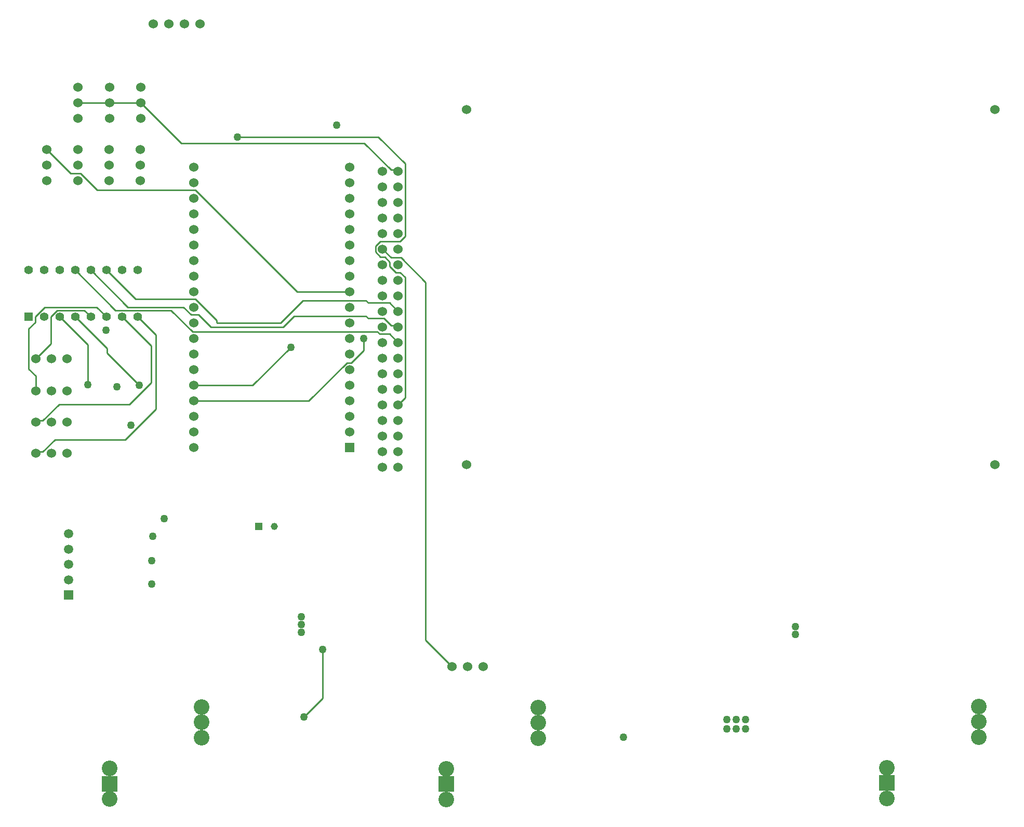
<source format=gbl>
G04*
G04 #@! TF.GenerationSoftware,Altium Limited,Altium Designer,22.10.1 (41)*
G04*
G04 Layer_Physical_Order=4*
G04 Layer_Color=16711680*
%FSLAX44Y44*%
%MOMM*%
G71*
G04*
G04 #@! TF.SameCoordinates,AEC8B882-0F2C-4FBA-8872-4E3C41141EBA*
G04*
G04*
G04 #@! TF.FilePolarity,Positive*
G04*
G01*
G75*
%ADD13C,0.2540*%
%ADD57R,1.1500X1.1500*%
%ADD58C,1.1500*%
%ADD64C,1.5240*%
%ADD65R,1.5300X1.5300*%
%ADD66C,1.5300*%
%ADD67C,2.5500*%
%ADD68R,2.5500X2.5500*%
%ADD69R,1.4000X1.4000*%
%ADD70C,1.4000*%
%ADD71C,1.5080*%
%ADD72R,1.5080X1.5080*%
%ADD73C,1.2700*%
D13*
X821690Y1044243D02*
Y1062990D01*
X801097Y1023650D02*
X821690Y1044243D01*
X794083Y1023650D02*
X801097D01*
X731823Y961390D02*
X794083Y1023650D01*
X544830Y961390D02*
X731823D01*
X640665Y986790D02*
X702993Y1049118D01*
X544830Y986790D02*
X640665D01*
X407670Y1447800D02*
X458470D01*
X355600D02*
X407670D01*
X458470D02*
X524510Y1381760D01*
X822615D01*
X866140Y1338235D01*
X875376D01*
X877570Y1336040D01*
X304800Y1371600D02*
X344170Y1332230D01*
X360335D01*
X387034Y1305530D01*
X547097D01*
X713437Y1139190D01*
X798830D01*
X615950Y1391920D02*
X845384D01*
X889000Y1348304D01*
Y1229706D02*
Y1348304D01*
X848706Y1221740D02*
X881034D01*
X889000Y1229706D01*
X840740Y1204305D02*
Y1213774D01*
X849023Y1196022D02*
X855952D01*
X864235Y1187739D01*
Y1180810D02*
X874106Y1170940D01*
X864235Y1180810D02*
Y1187739D01*
X874106Y1170940D02*
X881034D01*
X889000Y1162974D01*
X840740Y1213774D02*
X848706Y1221740D01*
X889000Y966470D02*
Y1162974D01*
X840740Y1204305D02*
X849023Y1196022D01*
X877570Y955040D02*
X889000Y966470D01*
X922537Y570983D02*
Y1154837D01*
X882305Y1195070D02*
X922537Y1154837D01*
Y570983D02*
X965200Y528320D01*
X852170Y1209040D02*
X866140Y1195070D01*
X882305D01*
X863600Y1121410D02*
X877570Y1107440D01*
X829043Y1121410D02*
X863600D01*
X542563Y1074450D02*
X843596D01*
X690082Y1082040D02*
X707892Y1099850D01*
X722606Y1125250D02*
X825203D01*
X707892Y1099850D02*
X825203D01*
X847436Y1070610D02*
X863600D01*
X843596Y1074450D02*
X847436Y1070610D01*
X685746Y1088390D02*
X722606Y1125250D01*
X572770Y1082040D02*
X690082D01*
X583148Y1088390D02*
X685746D01*
X825203Y1125250D02*
X829043Y1121410D01*
X825203Y1099850D02*
X829043Y1096010D01*
X854364D01*
X581660Y1089878D02*
X583148Y1088390D01*
X581660Y1089878D02*
Y1093167D01*
X854364Y1096010D02*
X866140Y1084234D01*
X402590Y1174750D02*
X449610Y1127730D01*
X547097D01*
X581660Y1093167D01*
X866140Y1084234D02*
X875376D01*
X877570Y1082040D01*
X863600Y1070610D02*
X877570Y1056640D01*
X552480Y1102330D02*
X572770Y1082040D01*
X540083Y1102330D02*
X552480D01*
X437500Y1114440D02*
X527973D01*
X540083Y1102330D01*
X377190Y1174750D02*
X437500Y1114440D01*
X507653Y1109360D02*
X542563Y1074450D01*
X417180Y1109360D02*
X507653D01*
X351790Y1174750D02*
X417180Y1109360D01*
X432579Y898271D02*
X482600Y948292D01*
X453390Y1098550D02*
X482600Y1069340D01*
Y948292D02*
Y1069340D01*
X386700Y1114440D02*
X402590Y1098550D01*
X301592Y1114440D02*
X386700D01*
X286400Y1099248D02*
X301592Y1114440D01*
X286400Y1089972D02*
Y1099248D01*
X275590Y1079162D02*
X286400Y1089972D01*
X275590Y1013736D02*
Y1079162D01*
X287020Y977900D02*
Y1002306D01*
X275590Y1013736D02*
X287020Y1002306D01*
X311800Y1099248D02*
X321912Y1109360D01*
X287020Y1029970D02*
X311800Y1054750D01*
Y1099248D01*
X366380Y1109360D02*
X377190Y1098550D01*
X321912Y1109360D02*
X366380D01*
X326390Y1098550D02*
X372110Y1052830D01*
Y988060D02*
Y1052830D01*
X439564Y956056D02*
X474980Y991472D01*
X427990Y1098550D02*
X474980Y1051560D01*
Y991472D02*
Y1051560D01*
X318226Y898271D02*
X432579D01*
X298450Y878494D02*
X318226Y898271D01*
X289214Y878494D02*
X298450D01*
X287020Y876300D02*
X289214Y878494D01*
X403297Y1039423D02*
X455930Y986790D01*
X325211Y956056D02*
X439564D01*
X289214Y929295D02*
X298450D01*
X287020Y927100D02*
X289214Y929295D01*
X298450D02*
X325211Y956056D01*
X403297Y1039423D02*
Y1047043D01*
X351790Y1098550D02*
X403297Y1047043D01*
X754380Y476250D02*
Y556260D01*
X723900Y445770D02*
X754380Y476250D01*
D57*
X650240Y756920D02*
D03*
D58*
X675640D02*
D03*
D64*
X1850390Y857250D02*
D03*
X989330D02*
D03*
X1850390Y1436370D02*
D03*
X989330D02*
D03*
X355600Y1320800D02*
D03*
Y1346200D02*
D03*
Y1371600D02*
D03*
Y1422400D02*
D03*
Y1447800D02*
D03*
Y1473200D02*
D03*
X406400Y1320800D02*
D03*
Y1346200D02*
D03*
Y1371600D02*
D03*
X457200Y1320800D02*
D03*
Y1346200D02*
D03*
Y1371600D02*
D03*
X407670Y1422400D02*
D03*
Y1447800D02*
D03*
Y1473200D02*
D03*
X458470Y1422400D02*
D03*
Y1447800D02*
D03*
Y1473200D02*
D03*
X965200Y528320D02*
D03*
X287020Y1029970D02*
D03*
X304800Y1371600D02*
D03*
Y1346200D02*
D03*
Y1320800D02*
D03*
X990600Y528320D02*
D03*
X1016000D02*
D03*
X312420Y1029970D02*
D03*
X337820D02*
D03*
X478790Y1576070D02*
D03*
X504190D02*
D03*
X529590D02*
D03*
X554990D02*
D03*
X877570Y1336040D02*
D03*
Y1310640D02*
D03*
Y1285240D02*
D03*
Y1259840D02*
D03*
Y1234440D02*
D03*
X852170Y878840D02*
D03*
Y853440D02*
D03*
Y1336040D02*
D03*
Y1310640D02*
D03*
Y1285240D02*
D03*
Y1259840D02*
D03*
Y1234440D02*
D03*
X877570Y853440D02*
D03*
X852170Y904240D02*
D03*
Y929640D02*
D03*
Y955040D02*
D03*
Y980440D02*
D03*
Y1005840D02*
D03*
Y1031240D02*
D03*
Y1056640D02*
D03*
Y1082040D02*
D03*
Y1107440D02*
D03*
Y1132840D02*
D03*
Y1158240D02*
D03*
Y1183640D02*
D03*
Y1209040D02*
D03*
X877570D02*
D03*
Y1183640D02*
D03*
Y1158240D02*
D03*
Y1132840D02*
D03*
Y1107440D02*
D03*
Y1082040D02*
D03*
Y1056640D02*
D03*
Y1031240D02*
D03*
Y1005840D02*
D03*
Y980440D02*
D03*
Y955040D02*
D03*
Y929640D02*
D03*
Y904240D02*
D03*
Y878840D02*
D03*
X337820Y977900D02*
D03*
X312420D02*
D03*
X287020D02*
D03*
X337820Y927100D02*
D03*
X312420D02*
D03*
X287020D02*
D03*
X337820Y876300D02*
D03*
X312420D02*
D03*
X287020D02*
D03*
D65*
X798830Y885190D02*
D03*
D66*
Y910590D02*
D03*
Y935990D02*
D03*
Y961390D02*
D03*
Y986790D02*
D03*
Y1012190D02*
D03*
Y1037590D02*
D03*
Y1062990D02*
D03*
Y1088390D02*
D03*
Y1113790D02*
D03*
Y1139190D02*
D03*
Y1164590D02*
D03*
Y1189990D02*
D03*
Y1215390D02*
D03*
Y1240790D02*
D03*
Y1266190D02*
D03*
Y1291590D02*
D03*
Y1316990D02*
D03*
Y1342390D02*
D03*
X544830D02*
D03*
Y1316990D02*
D03*
Y1291590D02*
D03*
Y1266190D02*
D03*
Y1240790D02*
D03*
Y1215390D02*
D03*
Y1189990D02*
D03*
Y1164590D02*
D03*
Y1139190D02*
D03*
Y1113790D02*
D03*
Y1088390D02*
D03*
Y1062990D02*
D03*
Y1037590D02*
D03*
Y1012190D02*
D03*
Y986790D02*
D03*
Y961390D02*
D03*
Y935990D02*
D03*
Y910590D02*
D03*
Y885190D02*
D03*
D67*
X1823860Y463220D02*
D03*
Y413220D02*
D03*
Y438220D02*
D03*
X1673860Y363220D02*
D03*
Y313220D02*
D03*
X1106170Y461480D02*
D03*
Y411480D02*
D03*
Y436480D02*
D03*
X956170Y361480D02*
D03*
Y311480D02*
D03*
X407530Y312280D02*
D03*
Y362280D02*
D03*
X557530Y437280D02*
D03*
Y412280D02*
D03*
Y462280D02*
D03*
D68*
X1673860Y338220D02*
D03*
X956170Y336480D02*
D03*
X407530Y337280D02*
D03*
D69*
X275590Y1098550D02*
D03*
D70*
X300990D02*
D03*
X326390D02*
D03*
X351790D02*
D03*
X377190D02*
D03*
X402590D02*
D03*
X427990D02*
D03*
X453390D02*
D03*
X427990Y1174750D02*
D03*
X402590D02*
D03*
X377190D02*
D03*
X351790D02*
D03*
X326390D02*
D03*
X300990D02*
D03*
X275590D02*
D03*
X453390D02*
D03*
D71*
X340190Y694690D02*
D03*
Y719690D02*
D03*
Y669690D02*
D03*
Y744690D02*
D03*
D72*
Y644690D02*
D03*
D73*
X702993Y1049118D02*
D03*
X821690Y1062990D02*
D03*
X1244600Y412750D02*
D03*
X615950Y1391920D02*
D03*
X401320Y1076960D02*
D03*
X455930Y986790D02*
D03*
X496570Y769620D02*
D03*
X1525270Y593090D02*
D03*
X777240Y1410970D02*
D03*
X1525270Y580390D02*
D03*
X476250Y662940D02*
D03*
X723900Y445770D02*
D03*
X754380Y556260D02*
D03*
X720090Y584200D02*
D03*
Y596900D02*
D03*
Y609600D02*
D03*
X1443990Y441960D02*
D03*
Y426720D02*
D03*
X1428750Y441960D02*
D03*
Y426720D02*
D03*
X1413510Y441960D02*
D03*
Y426720D02*
D03*
X441960Y922020D02*
D03*
X419100Y984250D02*
D03*
X372110Y988060D02*
D03*
X477520Y740410D02*
D03*
X476250Y701040D02*
D03*
M02*

</source>
